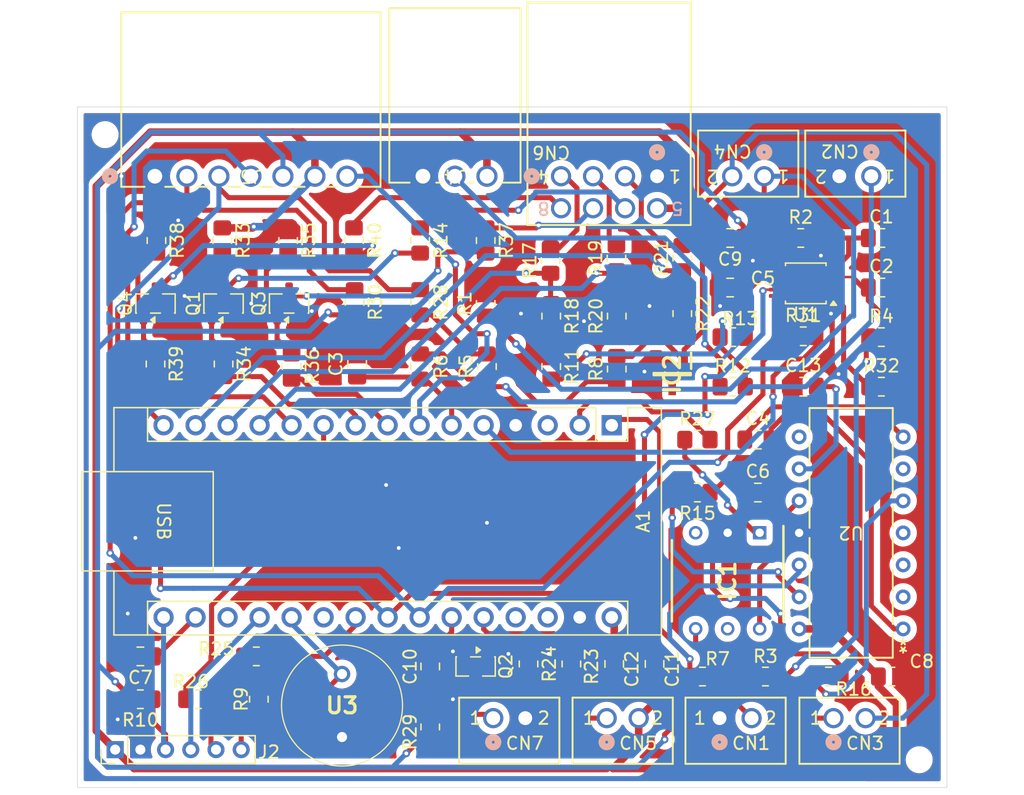
<source format=kicad_pcb>
(kicad_pcb (version 20241229) (generator "pcbnew") (generator_version "9.0")
  (layers (0 "F.Cu" signal) (2 "B.Cu" signal) (13 "F.Paste" user) (15 "B.Paste" user) (5 "F.SilkS" user "F.Silkscreen") (7 "B.SilkS" user "B.Silkscreen") (1 "F.Mask" user) (3 "B.Mask" user) (25 "Edge.Cuts" user))
  (net 0 "")
  (net 1 "D0")
  (net 2 "D1")
  (net 3 "D3")
  (net 4 "12V")
  (net 6 "3.3V")
  (net 7 "GND")
  (net 8 "Net-(C4-Pad2)")
  (net 9 "Net-(C4-Pad1)")
  (net 10 "Net-(J2-Pin_6)")
  (net 11 "Net-(Q2-G)")
  (net 12 "Net-(CN6-Pad2)")
  (net 13 "Net-(R11-Pad2)")
  (net 14 "Net-(CN6-Pad3)")
  (net 15 "Net-(CN6-Pad6)")
  (net 16 "Net-(CN3-Pad1)")
  (net 17 "Net-(U2-OSC_OUT)")
  (net 18 "Net-(U2-FILTER_CAP)")
  (net 19 "Net-(C6-Pad2)")
  (net 20 "Net-(CN2-Pad1)")
  (net 21 "Net-(CN4-Pad1)")
  (net 22 "Net-(Q2-D)")
  (net 23 "LM1830_IN")
  (net 24 "Net-(U1-ADDR)")
  (net 26 "LM1830_OUT")
  (net 27 "3V")
  (net 28 "Net-(IC1-A)")
  (net 29 "D2")
  (net 30 "D5")
  (net 31 "D4")
  (net 32 "D7")
  (net 33 "D6")
  (net 34 "D13")
  (net 35 "D8")
  (net 36 "D9")
  (net 37 "D10")
  (net 38 "D11")
  (net 39 "A2")
  (net 40 "A7")
  (net 41 "A1")
  (net 42 "A3")
  (net 43 "A6")
  (net 44 "A0")
  (net 45 "A4{slash}SDA")
  (net 46 "AIN0")
  (net 47 "AIN1")
  (net 48 "AIN3")
  (net 49 "Net-(J2-Pin_5)")
  (net 50 "Net-(CN6-Pad4)")
  (net 51 "Net-(Q1-G)")
  (net 52 "Net-(Q1-D)")
  (net 53 "Net-(Q3-G)")
  (net 54 "Net-(Q3-D)")
  (net 55 "Net-(Q4-D)")
  (net 56 "Net-(Q4-G)")
  (net 57 "Net-(U2-OSCILLATOR_OUT)")
  (net 61 "A5{slash}SCL")
  (net 62 "D12")
  (net 66 "Net-(J4-Pad2)")
  (net 67 "Net-(CN6-Pad7)")
  (net 68 "Net-(CN6-Pad8)")
  (footprint "Resistor_SMD:R_0805_2012Metric_Pad1.20x1.40mm_HandSolder" (layer "F.Cu") (at 106.6 83.6 -90)
    (property "Reference" "R11")
    (property "Value" "5K6")
  )
  (footprint "Resistor_SMD:R_0805_2012Metric_Pad1.20x1.40mm_HandSolder" (layer "F.Cu") (at 121 81.266667)
    (property "Reference" "R13")
    (property "Value" "10K")
  )
  (footprint "footprints:280377-2_TYC" (layer "F.Cu") (at 111 111.5)
    (property "Reference" "CN5")
    (property "Value" "Heater SSR Relay")
  )
  (footprint "Resistor_SMD:R_0805_2012Metric_Pad1.20x1.40mm_HandSolder" (layer "F.Cu") (at 123.6 108.2 180)
    (property "Reference" "R3")
    (property "Value" "10K")
  )
  (footprint "Resistor_SMD:R_0805_2012Metric_Pad1.20x1.40mm_HandSolder" (layer "F.Cu") (at 83.2 106.6)
    (property "Reference" "R25")
    (property "Value" "220")
  )
  (footprint "Capacitor_SMD:C_0805_2012Metric_Pad1.18x1.45mm_HandSolder" (layer "F.Cu") (at 97 107.4 -90)
    (property "Reference" "C10")
    (property "Value" "1uF")
  )
  (footprint "Resistor_SMD:R_0805_2012Metric_Pad1.20x1.40mm_HandSolder" (layer "F.Cu") (at 90.95 73.6 -90)
    (property "Reference" "R40")
    (property "Value" "470")
  )
  (footprint "Resistor_SMD:R_0805_2012Metric_Pad1.20x1.40mm_HandSolder" (layer "F.Cu") (at 121 85.2)
    (property "Reference" "R12")
    (property "Value" "1K5")
  )
  (footprint "Capacitor_SMD:C_0805_2012Metric_Pad1.18x1.45mm_HandSolder" (layer "F.Cu") (at 132.8 73.4)
    (property "Reference" "C1")
    (property "Value" "1uF")
  )
  (footprint "Resistor_SMD:R_0805_2012Metric_Pad1.20x1.40mm_HandSolder" (layer "F.Cu") (at 101.4 73.6 -90)
    (property "Reference" "R37")
    (property "Value" "470")
  )
  (footprint "Capacitor_SMD:C_0805_2012Metric_Pad1.18x1.45mm_HandSolder" (layer "F.Cu") (at 91.2 83.4 90)
    (property "Reference" "C3")
    (property "Value" "0.22u")
  )
  (footprint "LM1830N:PDIP14_19P56X6P35_ONS" (layer "F.Cu") (at 134.5275 104.42 180)
    (property "Reference" "U2")
    (property "Value" "LM1830N")
  )
  (footprint "Capacitor_SMD:C_0805_2012Metric_Pad1.18x1.45mm_HandSolder" (layer "F.Cu") (at 114.8 107.2 90)
    (property "Reference" "C11")
    (property "Value" "100nF")
  )
  (footprint "molex1:CONN_70553-xxxx_07_MOL" (layer "F.Cu") (at 75.15 68.5 180)
    (property "Reference" "J5")
    (property "Value" "705530041")
  )
  (footprint "Resistor_SMD:R_0805_2012Metric_Pad1.20x1.40mm_HandSolder" (layer "F.Cu") (at 85.725 73.6 -90)
    (property "Reference" "R35")
    (property "Value" "10K")
  )
  (footprint "footprints:280389-2_TYC" (layer "F.Cu") (at 115 68.499999 180)
    (property "Reference" "CN6")
    (property "Value" "MISC LEDS")
  )
  (footprint "Resistor_SMD:R_0805_2012Metric_Pad1.20x1.40mm_HandSolder" (layer "F.Cu") (at 106.55 75.2 90)
    (property "Reference" "R17")
    (property "Value" "30K")
  )
  (footprint "footprints:PinHeader_1x06_P2.00mm_Vertical" (layer "F.Cu") (at 72 114 90)
    (property "Reference" "J2")
    (property "Value" "HV Board")
  )
  (footprint "MountingHole:ToolingHole_1.152mm" (layer "F.Cu") (at 135.8 114.8)
    (property "Reference" "REF**" (hide yes))
    (property "Value" "ToolingHole_1.152mm")
  )
  (footprint "Resistor_SMD:R_0805_2012Metric_Pad1.20x1.40mm_HandSolder" (layer "F.Cu") (at 117 79.4 -90)
    (property "Reference" "R22")
    (property "Value" "10K")
  )
  (footprint "Resistor_SMD:R_0805_2012Metric_Pad1.20x1.40mm_HandSolder" (layer "F.Cu") (at 96.2 73.6 -90)
    (property "Reference" "R14")
    (property "Value" "470")
  )
  (footprint "footprints:280377-2_TYC" (layer "F.Cu") (at 102 111.5)
    (property "Reference" "CN7")
    (property "Value" "Brew switch")
  )
  (footprint "Resistor_SMD:R_0805_2012Metric_Pad1.20x1.40mm_HandSolder" (layer "F.Cu") (at 96.2 83.6 -90)
    (property "Reference" "R6")
    (property "Value" "47K")
  )
  (footprint "Resistor_SMD:R_0805_2012Metric_Pad1.20x1.40mm_HandSolder" (layer "F.Cu") (at 111.775 75 90)
    (property "Reference" "R19")
    (property "Value" "30K")
  )
  (footprint "Resistor_SMD:R_0805_2012Metric_Pad1.20x1.40mm_HandSolder" (layer "F.Cu") (at 78.6 110 180)
    (property "Reference" "R26")
    (property "Value" "220")
  )
  (footprint "Resistor_SMD:R_0805_2012Metric_Pad1.20x1.40mm_HandSolder" (layer "F.Cu") (at 80.6 83.4 -90)
    (property "Reference" "R34")
    (property "Value" "220")
  )
  (footprint "Capacitor_SMD:C_0805_2012Metric_Pad1.18x1.45mm_HandSolder" (layer "F.Cu") (at 120.8 73.4 180)
    (property "Reference" "C9")
    (property "Value" "100nF")
  )
  (footprint "AQV212:DIP762W47P254L880H410Q6N" (layer "F.Cu") (at 120.6 100.6 -90)
    (property "Reference" "IC1")
    (property "Value" "AQV212" (hide yes))
  )
  (footprint "Resistor_SMD:R_0805_2012Metric_Pad1.20x1.40mm_HandSolder" (layer "F.Cu") (at 86 83.6 -90)
    (property "Reference" "R36")
    (property "Value" "220")
  )
  (footprint "footprints:IE0925031" (layer "F.Cu") (at 90 108 180)
    (property "Reference" "U3")
    (property "Value" "IE092503-1" (hide yes))
  )
  (footprint "Resistor_SMD:R_0805_2012Metric_Pad1.20x1.40mm_HandSolder" (layer "F.Cu") (at 106.6 79.6 -90)
    (property "Reference" "R18")
    (property "Value" "10K")
  )
  (footprint "Resistor_SMD:R_0805_2012Metric_Pad1.20x1.40mm_HandSolder" (layer "F.Cu") (at 132.8 85.2)
    (property "Reference" "R32")
    (property "Value" "10K")
  )
  (footprint "Resistor_SMD:R_0805_2012Metric_Pad1.20x1.40mm_HandSolder" (layer "F.Cu") (at 83.4 110 -90)
    (property "Reference" "R9")
    (property "Value" "10K")
  )
  (footprint "Capacitor_SMD:C_0805_2012Metric_Pad1.18x1.45mm_HandSolder" (layer "F.Cu") (at 123 89.4)
    (property "Reference" "C4")
    (property "Value" "1nF")
  )
  (footprint "MountingHole:ToolingHole_1.152mm" (layer "F.Cu") (at 71.2 65.2)
    (property "Reference" "REF**" (hide yes))
    (property "Value" "ToolingHole_1.152mm")
  )
  (footprint "footprints:280377-2_TYC" (layer "F.Cu") (at 123.5 68.499999 180)
    (property "Reference" "CN4")
    (property "Value" "Sensor brew boiler")
  )
  (footprint "Resistor_SMD:R_0805_2012Metric_Pad1.20x1.40mm_HandSolder" (layer "F.Cu") (at 118.6 108.2 180)
    (property "Reference" "R7")
    (property "Value" "10K")
  )
  (footprint "Capacitor_SMD:C_0805_2012Metric_Pad1.18x1.45mm_HandSolder" (layer "F.Cu") (at 126.6 85.2)
    (property "Reference" "C13")
    (property "Value" "20uF")
  )
  (footprint "Resistor_SMD:R_0805_2012Metric_Pad1.20x1.40mm_HandSolder" (layer "F.Cu") (at 126.4 73.4)
    (property "Reference" "R2")
    (property "Value" "10K")
  )
  (footprint "molex1:CONN_705530002_03_MOL" (layer "F.Cu") (at 101.5 68.5 180)
    (property "Reference" "J4")
    (property "Value" "705530002")
  )
  (footprint "Capacitor_SMD:C_0805_2012Metric_Pad1.18x1.45mm_HandSolder" (layer "F.Cu") (at 132.8 77.333333)
    (property "Reference" "C2")
    (property "Value" "1uF")
  )
  (footprint "Package_TO_SOT_SMD:SOT-23" (layer "F.Cu") (at 85.8 78.6 90)
    (property "Reference" "Q3")
    (property "Value" "BSS138")
  )
  (footprint "footprints:SOT95P237X112-3N" (layer "F.Cu") (at 116.2 84.2 -90)
    (property "Reference" "IC2")
    (property "Value" "LM4050AEM3-3.0+T" (hide yes))
  )
  (footprint "Package_TO_SOT_SMD:SOT-23" (layer "F.Cu") (at 80.6 78.6 90)
    (property "Reference" "Q1")
    (property "Value" "BSS138")
  )
  (footprint "Capacitor_SMD:C_0805_2012Metric_Pad1.18x1.45mm_HandSolder" (layer "F.Cu") (at 133.6 108.2)
    (property "Reference" "C8")
    (property "Value" "100nF")
  )
  (footprint "Resistor_SMD:R_0805_2012Metric_Pad1.20x1.40mm_HandSolder" (layer "F.Cu") (at 118.2 89.4)
    (property "Reference" "R27")
    (property "Value" "470")
  )
  (footprint "Resistor_SMD:R_0805_2012Metric_Pad1.20x1.40mm_HandSolder" (layer "F.Cu") (at 80.5 73.6 -90)
    (property "Reference" "R33")
    (property "Value" "10K")
  )
  (footprint "Capacitor_SMD:C_0805_2012Metric_Pad1.18x1.45mm_HandSolder" (layer "F.Cu") (at 111.6 107.2 -90)
    (property "Reference" "C12")
    (property "Value" "47uF")
  )
  (footprint "Capacitor_SMD:C_0805_2012Metric_Pad1.18x1.45mm_HandSolder" (layer "F.Cu") (at 123 93.6)
    (property "Reference" "C6")
    (property "Value" "0.05uF")
  )
  (footprint "Resistor_SMD:R_0805_2012Metric_Pad1.20x1.40mm_HandSolder" (layer "F.Cu") (at 128.6 108.2 180)
    (property "Reference" "R16")
    (property "Value" "1-100k")
  )
  (footprint "Capacitor_SMD:C_0805_2012Metric_Pad1.18x1.45mm_HandSolder" (layer "F.Cu") (at 74 106.6 180)
    (property "Reference" "C7")
    (property "Value" "100nF")
  )
  (footprint "Resistor_SMD:R_0805_2012Metric_Pad1.20x1.40mm_HandSolder" (layer "F.Cu") (at 96.2 78.5 -90)
    (property "Reference" "R28")
    (property "Value" "10K")
  )
  (footprint "footprints:280377-2_TYC" (layer "F.Cu") (at 132 68.5 180)
    (property "Reference" "CN2")
    (property "Value" "Water level detector")
  )
  (footprint "Resistor_SMD:R_0805_2012Metric_Pad1.20x1.40mm_HandSolder" (layer "F.Cu") (at 74 110 180)
    (property "Reference" "R10")
    (property "Value" "10K")
  )
  (footprint "Resistor_SMD:R_0805_2012Metric_Pad1.20x1.40mm_HandSolder" (layer "F.Cu") (at 97 112.2 90)
    (property "Reference" "R29")
    (property "Value" "47K")
  )
  (footprint "Resistor_SMD:R_0805_2012Metric_Pad1.20x1.40mm_HandSolder" (layer "F.Cu") (at 108.2 107.2 90)
    (property "Reference" "R23")
    (property "Value" "220")
  )
  (footprint "Resistor_SMD:R_0805_2012Metric_Pad1.20x1.40mm_HandSolder" (layer "F.Cu") (at 111.8 83.8 90)
    (property "Reference" "R8")
    (property "Value" "300")
  )
  (footprint "Resistor_SMD:R_0805_2012Metric_Pad1.20x1.40mm_HandSolder" (layer "F.Cu") (at 75.275 73.6 -90)
    (property "Reference" "R38")
    (property "Value" "10K")
  )
  (footprint "Capacitor_SMD:C_0805_2012Metric_Pad1.18x1.45mm_HandSolder" (layer "F.Cu") (at 120.8 77.333333 180)
    (property "Reference" "C5")
    (property "Value" "1uF")
  )
  (footprint "Package_SO:VSSOP-10_3x3mm_P0.5mm" (layer "F.Cu") (at 126.8 77 180)
    (property "Reference" "U1")
    (property "Value" "ADS1115IDGS")
  )
  (footprint "footprints:280377-2_TYC" (layer "F.Cu") (at 119.96 111.5)
    (property "Reference" "CN1")
    (property "Value" "Boiler fill sensor")
  )
  (footprint "Resistor_SMD:R_0805_2012Metric_Pad1.20x1.40mm_HandSolder" (layer "F.Cu") (at 101.5 83.6 90)
    (property "Reference" "R5")
    (property "Value" "10K")
  )
  (footprint "Package_TO_SOT_SMD:SOT-23" (layer "F.Cu") (at 75.2 78.6 90)
    (property "Reference" "Q4")
    (property "Value" "BSS138")
  )
  (footprint "Resistor_SMD:R_0805_2012Metric_Pad1.20x1.40mm_HandSolder" (layer "F.Cu") (at 132.8 81.266667)
    (property "Reference" "R4")
    (property "Value" "10K")
  )
  (footprint "Package_TO_SOT_SMD:SOT-23" (layer "F.Cu") (at 100.6 107.4 -90)
    (property "Reference" "Q2")
    (property "Value" "BSS138")
  )
  (footprint "Resistor_SMD:R_0805_2012Metric_Pad1.20x1.40mm_HandSolder" (layer "F.Cu") (at 91 78.5 -90)
    (property "Reference" "R30")
    (property "Value" "10K")
  )
  (footprint "Resistor_SMD:R_0805_2012Metric_Pad1.20x1.40mm_HandSolder" (layer "F.Cu") (at 75.2 83.4 -90)
    (property "Reference" "R39")
    (property "Value" "220")
  )
  (footprint "Resistor_SMD:R_0805_2012Metric_Pad1.20x1.40mm_HandSolder" (layer "F.Cu") (at 126.6 81.2)
    (property "Reference" "R31")
    (property "Value" "10K")
  )
  (footprint "Resistor_SMD:R_0805_2012Metric_Pad1.20x1.40mm_HandSolder" (layer "F.Cu") (at 118.2 93.6 180)
    (property "Reference" "R15")
    (property "Value" "0")
  )
  (footprint "Resistor_SMD:R_0805_2012Metric_Pad1.20x1.40mm_HandSolder" (layer "F.Cu") (at 104.8 107.2 -90)
    (property "Reference" "R24")
    (property "Value" "10K")
  )
  (footprint "Resistor_SMD:R_0805_2012Metric_Pad1.20x1.40mm_HandSolder" (layer "F.Cu") (at 117 75 90)
    (property "Reference" "R21")
    (property "Value" "30K")
  )
  (footprint "footprints:Arduino_Nano" (layer "F.Cu") (at 111.4 88.26 -90)
    (property "Reference" "A1")
    (property "Value" "Arduino_Nano_ESP32")
  )
  (footprint "Resistor_SMD:R_0805_2012Metric_Pad1.20x1.40mm_HandSolder" (layer "F.Cu") (at 101.4 78.6 90)
    (property "Reference" "R1")
    (property "Value" "10K")
  )
  (footprint "footprints:280377-2_TYC" (layer "F.Cu") (at 129 111.5)
    (property "Reference" "CN3")
    (property "Value" "Sensor steam boiler")
  )
  (footprint "Resistor_SMD:R_0805_2012Metric_Pad1.20x1.40mm_HandSolder" (layer "F.Cu") (at 111.8 79.6 90)
    (property "Reference" "R20")
    (property "Value" "10K")
  )
  (gr_rect (start 69 63) (end 138 117) (stroke (width 0.05)) (fill no) (layer "Edge.Cuts"))
  (gr_text "5" (at 116.6 71.039999 180) (layer "B.SilkS") (effects (font (size 1 1))))
  (segment (start 113.8 86.4) (end 109.6 86.4) (width 0.4) (layer "F.Cu") (net 1))
  (segment (start 108.86 87.14) (end 108.86 88.26) (width 0.4) (layer "F.Cu") (net 1))
  (segment (start 114.6 87.2) (end 113.8 86.4) (width 0.4) (layer "F.Cu") (net 1))
  (segment (start 109.6 86.4) (end 108.86 87.14) (width 0.4) (layer "F.Cu") (net 1))
  (segment (start 117 87.2) (end 114.6 87.2) (width 0.4) (layer "F.Cu") (net 1))
  (segment (start 119.2 89.4) (end 117 87.2) (width 0.4) (layer "F.Cu") (net 1))
  (segment (start 114.2 87.8) (end 111.86 87.8) (width 0.4) (layer "F.Cu") (net 2))
  (segment (start 117.6 106.8) (end 115.2 104.4) (width 0.4) (layer "F.Cu") (net 2))
  (segment (start 115.2 88.8) (end 114.2 87.8) (width 0.4) (layer "F.Cu") (net 2))
  (segment (start 115.2 104.4) (end 115.2 88.8) (width 0.4) (layer "F.Cu") (net 2))
  (segment (start 117.6 108.2) (end 117.6 106.8) (width 0.4) (layer "F.Cu") (net 2))
  (segment (start 111.86 87.8) (end 111.4 88.26) (width 0.4) (layer "F.Cu") (net 2))
  (via (at 117.6 106.8) (size 0.6) (drill 0.3) (layers "F.Cu" "B.Cu") (net 2))
  (segment (start 117.6 106.8) (end 116 105.2) (width 0.4) (layer "B.Cu") (net 2))
  (segment (start 118.2 101) (end 125.2 101) (width 0.4) (layer "B.Cu") (net 2))
  (segment (start 116 103.2) (end 118.2 101) (width 0.4) (layer "B.Cu") (net 2))
  (segment (start 116 105.2) (end 116 103.2) (width 0.4) (layer "B.Cu") (net 2))
  (segment (start 126.2725 99.9275) (end 126.2725 99.34) (width 0.4) (layer "B.Cu") (net 2))
  (segment (start 125.2 101) (end 126.2725 99.9275) (width 0.4) (layer "B.Cu") (net 2))
  (segment (start 98.7 88.26) (end 98.7 86.7) (width 0.4) (layer "F.Cu") (net 3))
  (segment (start 98.7 86.7) (end 96.6 84.6) (width 0.4) (layer "F.Cu") (net 3))
  (segment (start 96.6 84.6) (end 96.2 84.6) (width 0.4) (layer "F.Cu") (net 3))
  (segment (start 96.0375 84.4375) (end 96.2 84.6) (width 0.4) (layer "F.Cu") (net 3))
  (segment (start 91.2 84.4375) (end 96.0375 84.4375) (width 0.4) (layer "F.Cu") (net 3))
  (segment (start 114.2375 108.2375) (end 114.8 108.2375) (width 0.6) (layer "F.Cu") (net 4))
  (segment (start 111 115.5) (end 73.5 115.5) (width 0.6) (layer "F.Cu") (net 4))
  (segment (start 80.5 72.6) (end 82.9 72.6) (width 0.6) (layer "F.Cu") (net 4))
  (segment (start 111.5 115.5) (end 113.54 113.46) (width 0.6) (layer "F.Cu") (net 4))
  (segment (start 134 112.8) (end 131.3 115.5) (width 0.6) (layer "F.Cu") (net 4))
  (segment (start 134 110.4) (end 134 112.8) (width 0.6) (layer "F.Cu") (net 4))
  (segment (start 132.5625 108.9625) (end 134 110.4) (width 0.6) (layer "F.Cu") (net 4))
  (segment (start 112.1625 106.1625) (end 114.2375 108.2375) (width 0.6) (layer "F.Cu") (net 4))
  (segment (start 101.5 68.499999) (end 101.5 67.1) (width 0.6) (layer "F.Cu") (net 4))
  (segment (start 131.3 115.5) (end 111.5 115.5) (width 0.6) (layer "F.Cu") (net 4))
  (segment (start 114.8 110.24) (end 113.54 111.5) (width 0.6) (layer "F.Cu") (net 4))
  (segment (start 116.360001 71.039999) (end 117.2 70.2) (width 0.6) (layer "F.Cu") (net 4))
  (segment (start 117.2 70.2) (end 117.2 67) (width 0.6) (layer "F.Cu") (net 4))
  (segment (start 117.2 67) (end 115.2 65) (width 0.6) (layer "F.Cu") (net 4))
  (segment (start 132.5625 108.2) (end 132.5625 108.9625) (width 0.6) (layer "F.Cu") (net 4))
  (segment (start 111.6 106.1625) (end 112.1625 106.1625) (width 0.6) (layer "F.Cu") (net 4))
  (segment (start 111.6 103.7) (end 111.4 103.5) (width 0.6) (layer "F.Cu") (net 4))
  (segment (start 115.1 65) (end 99.7 65) (width 0.6) (layer "F.Cu") (net 4))
  (segment (start 111.6 106.1625) (end 111.6 103.7) (width 0.6) (layer "F.Cu") (net 4))
  (segment (start 101.5 67.1) (end 99.4 65) (width 0.6) (layer "F.Cu") (net 4))
  (segment (start 128.7825 104.42) (end 132.5625 108.2) (width 0.6) (layer "F.Cu") (net 4))
  (segment (start 74.8 65) (end 70.5 69.3) (width 0.6) (layer "F.Cu") (net 4))
  (segment (start 86.1 65) (end 74.8 65) (width 0.6) (layer "F.Cu") (net 4))
  (segment (start 87.85 68.5) (end 87.85 66.75) (width 0.6) (layer "F.Cu") (net 4))
  (segment (start 87.85 66.75) (end 86.1 65) (width 0.6) (layer "F.Cu") (net 4))
  (segment (start 82.9 72.6) (end 83 72.5) (width 0.6) (layer "F.Cu") (net 4))
  (segment (start 114.8 108.2375) (end 114.8 110.24) (width 0.6) (layer "F.Cu") (net 4))
  (segment (start 99.4 65) (end 86.1 65) (width 0.6) (layer "F.Cu") (net 4))
  (segment (start 113.54 113.46) (end 113.54 111.5) (width 0.6) (layer "F.Cu") (net 4))
  (segment (start 115 71.039999) (end 116.360001 71.039999) (width 0.6) (layer "F.Cu") (net 4))
  (segment (start 70.5 69.3) (end 70.5 112.5) (width 0.6) (layer "F.Cu") (net 4))
  (segment (start 70.5 112.5) (end 72 114) (width 0.6) (layer "F.Cu") (net 4))
  (segment (start 72 114) (end 73.5 115.5) (width 0.6) (layer "F.Cu") (net 4))
  (segment (start 115.2 65) (end 115.1 65) (width 0.6) (layer "F.Cu") (net 4))
  (segment (start 126.2725 104.42) (end 128.7825 104.42) (width 0.6) (layer "F.Cu") (net 4))
  (segment (start 99.7 65) (end 99.4 65) (width 0.6) (layer "F.Cu") (net 4))
  (via (at 83 72.5) (size 0.6) (drill 0.3) (layers "F.Cu" "B.Cu") (net 4))
  (segment (start 83.85 72.5) (end 83 72.5) (width 0.6) (layer "B.Cu") (net 4))
  (segment (start 87.85 68.5) (end 83.85 72.5) (width 0.6) (layer "B.Cu") (net 4))
  (segment (start 121.8375 72.4375) (end 121.4 72) (width 0.4) (layer "F.Cu") (net 6))
  (segment (start 126.4 79) (end 126.4 77.6) (width 0.4) (layer "F.Cu") (net 6))
  (segment (start 96.2 79.5) (end 97.1 79.5) (width 0.4) (layer "F.Cu") (net 6))
  (segment (start 101.5 82.6) (end 102.4 82.6) (width 0.4) (layer "F.Cu") (net 6))
  (segment (start 78.38 103.5) (end 75.28 106.6) (width 0.4) (layer "F.Cu") (net 6))
  (segment (start 73 109.6) (end 72 108.6) (width 0.4) (layer "F.Cu") (net 6))
  (segment (start 91 79.5) (end 89.1 79.5) (width 0.4) (layer "F.Cu") (net 6))
  (segment (start 126.4 77.6) (end 125.8 77) (width 0.4) (layer "F.Cu") (net 6))
  (segment (start 121.8375 73.4) (end 121.8375 72.4375) (width 0.4) (layer "F.Cu") (net 6))
  (segment (start 73 110) (end 73 109.2) (width 0.4) (layer "F.Cu") (net 6))
  (segment (start 123 73.4) (end 124.6 75) (width 0.4) (layer "F.Cu") (net 6))
  (segment (start 100.2 82.6) (end 101.5 82.6) (width 0.4) (layer "F.Cu") (net 6))
  (segment (start 96.2 79.5) (end 91 79.5) (width 0.4) (layer "F.Cu") (net 6))
  (segment (start 75.0375 107.1625) (end 75.0375 106.6) (width 0.4) (layer "F.Cu") (net 6))
  (segment (start 89.1 79.5) (end 88.9 79.3) (width 0.4) (layer "F.Cu") (net 6))
  (segment (start 125.6 77) (end 125.95 77) (width 0.2) (layer "F.Cu") (net 6))
  (segment (start 115.6 113.2) (end 115.6 112.8) (width 0.4) (layer "F.Cu") (net 6))
  (segment (start 119.6 108.8) (end 119.6 108.2) (width 0.4) (layer "F.Cu") (net 6))
  (segment (start 96.2 113.2) (end 95.3 114.1) (width 0.4) (layer "F.Cu") (net 6))
  (segment (start 124.4 77) (end 125.6 77) (width 0.2) (layer "F.Cu") (net 6))
  (segment (start 125.6 81.2) (end 125.6 79.8) (width 0.4) (layer "F.Cu") (net 6))
  (segment (start 104 85) (end 105.4 86.4) (width 0.4) (layer "F.Cu") (net 6))
  (segment (start 125.4 75) (end 125.95 75.55) (width 0.4) (layer "F.Cu") (net 6))
  (segment (start 75.28 106.6) (end 75.0375 106.6) (width 0.4) (layer "F.Cu") (net 6))
  (segment (start 73 109.2) (end 75.0375 107.1625) (width 0.4) (layer "F.Cu") (net 6))
  (segment (start 125.8 77) (end 125.6 77) (width 0.4) (layer "F.Cu") (net 6))
  (segment (start 107.8 86.4) (end 109.4 84.8) (width 0.4) (layer "F.Cu") (net 6))
  (segment (start 121.8375 73.4) (end 123 73.4) (width 0.4) (layer "F.Cu") (net 6))
  (segment (start 124.6 75) (end 125.4 75) (width 0.4) (layer "F.Cu") (net 6))
  (segment (start 104 84.2) (end 104 85) (width 0.4) (layer "F.Cu") (net 6))
  (segment (start 73 110) (end 73 109.6) (width 0.4) (layer "F.Cu") (net 6))
  (segment (start 97 113.2) (end 96.2 113.2) (width 0.4) (layer "F.Cu") (net 6))
  (segment (start 125.6 79.8) (end 126.4 79) (width 0.4) (layer "F.Cu") (net 6))
  (segment (start 109.4 84.8) (end 111.8 84.8) (width 0.4) (layer "F.Cu") (net 6))
  (segment (start 97.1 79.5) (end 100.2 82.6) (width 0.4) (layer "F.Cu") (net 6))
  (segment (start 115.6 112.8) (end 119.6 108.8) (width 0.4) (layer "F.Cu") (net 6))
  (segment (start 105.4 86.4) (end 107.8 86.4) (width 0.4) (layer "F.Cu") (net 6))
  (segment (start 95.1 114.3) (end 95.3 114.1) (width 0.4) (layer "F.Cu") (net 6))
  (segment (start 102.4 82.6) (end 104 84.2) (width 0.4) (layer "F.Cu") (net 6))
  (segment (start 125.95 75.55) (end 125.95 77) (width 0.4) (layer "F.Cu") (net 6))
  (via (at 72 108.6) (size 0.6) (drill 0.3) (layers "F.Cu" "B.Cu") (net 6))
  (via (at 115.6 113.2) (size 0.6) (drill 0.3) (layers "F.Cu" "B.Cu") (net 6))
  (via (at 88.9 79.3) (size 0.6) (drill 0.3) (layers "F.Cu" "B.Cu") (net 6))
  (via (at 95.1 114.3) (size 0.6) (drill 0.3) (layers "F.Cu" "B.Cu") (net 6))
  (via (at 121.4 72) (size 0.6) (drill 0.3) (layers "F.Cu" "B.Cu") (net 6))
  (segment (start 121.4 72) (end 118.6 69.2) (width 0.4) (layer "B.Cu") (net 6))
  (segment (start 70.6 107) (end 70.6 82.2) (width 0.4) (layer "B.Cu") (net 6))
  (segment (start 118.6 66.8) (end 116.8 65) (width 0.4) (layer "B.Cu") (net 6))
  (segment (start 118.6 69.2) (end 118.6 66.8) (width 0.4) (layer "B.Cu") (net 6))
  (segment (start 83.4 65) (end 116.6 65) (width 0.4) (layer "B.Cu") (net 6))
  (segment (start 70.6 82.2) (end 70.6 69.2) (width 0.4) (layer "B.Cu") (net 6))
  (segment (start 74.8 115.4) (end 94 115.4) (width 0.4) (layer "B.Cu") (net 6))
  (segment (start 87.4 80.8) (end 72 80.8) (width 0.4) (layer "B.Cu") (net 6))
  (segment (start 113.4 115.4) (end 94 115.4) (width 0.4) (layer "B.Cu") (net 6))
  (segment (start 85.31 68.5) (end 85.31 66.91) (width 0.4) (layer "B.Cu") (net 6))
  (segment (start 70.6 109.8) (end 70.6 114.4) (width 0.4) (layer "B.Cu") (net 6))
  (segment (start 85.31 66.91) (end 83.4 65) (width 0.4) (layer "B.Cu") (net 6))
  (segment (start 70.6 114.4) (end 70.6 114.6) (width 0.4) (layer "B.Cu") (net 6))
  (segment (start 70.6 114.6) (end 71.4 115.4) (width 0.4) (layer "B.Cu") (net 6))
  (segment (start 74.8 65) (end 83.4 65) (width 0.4) (layer "B.Cu") (net 6))
  (segment (start 70.6 69.2) (end 74.8 65) (width 0.4) (layer "B.Cu") (net 6))
  (segment (start 71.4 115.4) (end 74.8 115.4) (width 0.4) (layer "B.Cu") (net 6))
  (segment (start 70.6 107.2) (end 70.6 107) (width 0.4) (layer "B.Cu") (net 6))
  (segment (start 72 80.8) (end 70.6 82.2) (width 0.4) (layer "B.Cu") (net 6))
  (segment (start 88.9 79.3) (end 87.4 80.8) (width 0.4) (layer "B.Cu") (net 6))
  (segment (start 95.1 114.3) (end 95.2 114.2) (width 0.4) (layer "B.Cu") (net 6))
  (segment (start 70.6 109.8) (end 70.6 107) (width 0.4) (layer "B.Cu") (net 6))
  (segment (start 94 115.4) (end 95.1 114.3) (width 0.4) (layer "B.Cu") (net 6))
  (segment (start 72 108.6) (end 70.6 107.2) (width 0.4) (layer "B.Cu") (net 6))
  (segment (start 115.6 113.2) (end 113.4 115.4) (width 0.4) (layer "B.Cu") (net 6))
  (segment (start 116.8 65) (end 116.6 65) (width 0.4) (layer "B.Cu") (net 6))
  (segment (start 127.4 77) (end 127.2 76.8) (width 0.2) (layer "F.Cu") (net 7))
  (segment (start 127.45 77) (end 127.4 77) (width 0.2) (layer "F.Cu") (net 7))
  (segment (start 127.45 77) (end 129 77) (width 0.2) (layer "F.Cu") (net 7))
  (via (at 87.6 79.2) (size 0.6) (drill 0.3) (layers "F.Cu" "B.Cu") (net 7))
  (via (at 72.2 111.6) (size 0.6) (drill 0.3) (layers "F.Cu" "B.Cu") (net 7))
  (via (at 93.5 93) (size 0.6) (drill 0.3) (layers "F.Cu" "B.Cu") (net 7))
  (via (at 72.5 68.5) (size 0.6) (drill 0.3) (layers "F.Cu" "B.Cu") (net 7))
  (via (at 114 84) (size 0.6) (drill 0.3) (layers "F.Cu" "B.Cu") (net 7))
  (via (at 94.5 98) (size 0.6) (drill 0.3) (layers "F.Cu" "B.Cu") (net 7))
  (via (at 73.6 97.2) (size 0.6) (drill 0.3) (layers "F.Cu" "B.Cu") (net 7))
  (via (at 77 72) (size 0.6) (drill 0.3) (layers "F.Cu" "B.Cu") (net 7))
  (via (at 129.4 84.2) (size 0.6) (drill 0.3) (layers "F.Cu" "B.Cu") (net 7))
  (via (at 128.8 79.4) (size 0.6) (drill 0.3) (layers "F.Cu" "B.Cu") (net 7))
  (via (at 73 103.2) (size 0.6) (drill 0.3) (layers "F.Cu" "B.Cu") (net 7))
  (via (at 120 78.8) (size 0.6) (drill 0.3) (layers "F.Cu" "B.Cu") (net 7))
  (via (at 104.2 79.4) (size 0.6) (drill 0.3) (layers "F.Cu" "B.Cu") (net 7))
  (via (at 98.8 106.2) (size 0.6) (drill 0.3) (layers "F.Cu" "B.Cu") (net 7))
  (via (at 101.5 96) (size 0.6) (drill 0.3) (layers "F.Cu" "B.Cu") (net 7))
  (via (at 122.6 75.2) (size 0.6) (drill 0.3) (layers "F.Cu" "B.Cu") (net 7))
  (via (at 114.4 78.8) (size 0.6) (drill 0.3) (layers "F.Cu" "B.Cu") (net 7))
  (via (at 103.2 106.4) (size 0.6) (drill 0.3) (layers "F.Cu" "B.Cu") (net 7))
  (via (at 106.4 106.4) (size 0.6) (drill 0.3) (layers "F.Cu" "B.Cu") (net 7))
  (via (at 128 74.8) (size 0.6) (drill 0.3) (layers "F.Cu" "B.Cu") (net 7))
  (via (at 82.8 78.6) (size 0.6) (drill 0.3) (layers "F.Cu" "B.Cu") (net 7))
  (via (at 98.8 110) (size 0.6) (drill 0.3) (layers "F.Cu" "B.Cu") (net 7))
  (via (at 87.8 82.2) (size 0.6) (drill 0.3) (layers "F.Cu" "B.Cu") (net 7))
  (via (at 77.5 78) (size 0.6) (drill 0.3) (layers "F.Cu" "B.Cu") (net 7))
  (via (at 109.2 80) (size 0.6) (drill 0.3) (layers "F.Cu" "B.Cu") (net 7))
  (segment (start 124.0375 88.5625) (end 125 87.6) (width 0.4) (layer "F.Cu") (net 8))
  (segment (start 132 102.6) (end 133.82 104.42) (width 0.4) (layer "F.Cu") (net 8))
  (segment (start 128.4 87.6) (end 132 91.2) (width 0.4) (layer "F.Cu") (net 8))
  (segment (start 124.0375 89.4) (end 124.0375 88.5625) (width 0.4) (layer "F.Cu") (net 8))
  (segment (start 125 87.6) (end 128.4 87.6) (width 0.4) (layer "F.Cu") (net 8))
  (segment (start 132 91.2) (end 132 102.6) (width 0.4) (layer "F.Cu") (net 8))
  (segment (start 133.82 104.42) (end 134.5275 104.42) (width 0.4) (layer "F.Cu") (net 8))
  (segment (start 124.2 86.8) (end 121.9625 89.0375) (width 0.4) (layer "F.Cu") (net 9))
  (segment (start 132.1475 86.8) (end 124.2 86.8) (width 0.4) (layer "F.Cu") (net 9))
  (segment (start 121.9625 89.0375) (end 121.9625 89.4) (width 0.4) (layer "F.Cu") (net 9))
  (segment (start 134.5275 89.18) (end 132.1475 86.8) (width 0.4) (layer "F.Cu") (net 9))
  (segment (start 82.2 113.8) (end 82 114) (width 0.4) (layer "F.Cu") (net 10))
  (segment (start 82.2 107.2) (end 81.4 108) (width 0.4) (layer "F.Cu") (net 10))
  (segment (start 82 112.8) (end 82 114) (width 0.4) (layer "F.Cu") (net 10))
  (segment (start 82.2 106.6) (end 82.2 107.2) (width 0.4) (layer "F.Cu") (net 10))
  (segment (start 81.4 112.2) (end 82 112.8) (width 0.4) (layer "F.Cu") (net 10))
  (segment (start 81.4 108) (end 81.4 112.2) (width 0.4) (layer "F.Cu") (net 10))
  (segment (start 103.2875 108.2) (end 101.55 106.4625) (width 0.4) (layer "F.Cu") (net 11))
  (segment (start 104.8 108.2) (end 103.2875 108.2) (width 0.4) (layer "F.Cu") (net 11))
  (segment (start 108.2 108.2) (end 104.8 108.2) (width 0.4) (layer "F.Cu") (net 11))
  (segment (start 115.6 74) (end 113.8 72.2) (width 0.4) (layer "F.Cu") (net 12))
  (segment (start 117 74) (end 115.6 74) (width 0.4) (layer "F.Cu") (net 12))
  (segment (start 113.75 72.2) (end 113.75 69.789999) (width 0.4) (layer "F.Cu") (net 12))
  (segment (start 113.8 72.2) (end 113.75 72.2) (width 0.4) (layer "F.Cu") (net 12))
  (segment (start 113.75 69.789999) (end 112.46 68.499999) (width 0.4) (layer "F.Cu") (net 12))
  (segment (start 106.6 84.6) (end 107.4 84.6) (width 0.4) (layer "F.Cu") (net 13))
  (segment (start 122 84) (end 120 82) (width 0.4) (layer "F.Cu") (net 13))
  (segment (start 120.2 81.066667) (end 120 81.266667) (width 0.4) (layer "F.Cu") (net 13))
  (segment (start 107.4 84.6) (end 109.4 82.6) (width 0.4) (layer "F.Cu") (net 13))
  (segment (start 120 82) (end 120 81.266667) (width 0.4) (layer "F.Cu") (net 13))
  (segment (start 120.2 80) (end 120.2 81.066667) (width 0.4) (layer "F.Cu") (net 13))
  (segment (start 122 85.2) (end 122 84) (width 0.4) (layer "F.Cu") (net 13))
  (via (at 120.2 80) (size 0.6) (drill 0.3) (layers "F.Cu" "B.Cu") (net 13))
  (via (at 109.4 82.6) (size 0.6) (drill 0.3) (layers "F.Cu" "B.Cu") (net 13))
  (segment (start 120.2 81.8) (end 120.2 80) (width 0.4) (layer "B.Cu") (net 13))
  (segment (start 109.4 82.6) (end 119.4 82.6) (width 0.4) (layer "B.Cu") (net 13))
  (segment (start 119.4 82.6) (end 120.2 81.8) (width 0.4) (layer "B.Cu") (net 13))
  (segment (start 109.92 68.499999) (end 111.2 69.779999) (width 0.4) (layer "F.Cu") (net 14))
  (segment (start 111.2 73.425) (end 111.775 74) (width 0.4) (layer "F.Cu") (net 14))
  (segment (start 111.2 69.779999) (end 111.2 73.425) (width 0.4) (layer "F.Cu") (net 14))
  (segment (start 97.6 71.2) (end 97.8 71.2) (width 0.4) (layer "F.Cu") (net 15))
  (segment (start 97.8 71.2) (end 104 71.2) (width 0.4) (layer "F.Cu") (net 15))
  (segment (start 96.2 72.6) (end 97.6 71.2) (width 0.4) (layer "F.Cu") (net 15))
  (via (at 104 71.2) (size 0.6) (drill 0.3) (layers "F.Cu" "B.Cu") (net 15))
  (segment (start 105.361001 69.75) (end 111.259 69.75) (width 0.4) (layer "B.Cu") (net 15))
  (segment (start 104 71.2) (end 105.361001 69.838999) (width 0.4) (layer "B.Cu") (net 15))
  (segment (start 111.259 69.838999) (end 112.46 71.039999) (width 0.4) (layer "B.Cu") (net 15))
  (segment (start 124.6 108.2) (end 125.2 108.2) (width 0.4) (layer "F.Cu") (net 16))
  (segment (start 124.6 109.4) (end 126.7 111.5) (width 0.4) (layer "F.Cu") (net 16))
  (segment (start 125.2 108.2) (end 126 107.4) (width 0.4) (layer "F.Cu") (net 16))
  (segment (start 131.6 83.2) (end 131.6 81.466667) (width 0.4) (layer "F.Cu") (net 16))
  (segment (start 131.6 81.466667) (end 131.8 81.266667) (width 0.4) (layer "F.Cu") (net 16))
  (segment (start 126.7 111.5) (end 129 111.5) (width 0.4) (layer "F.Cu") (net 16))
  (segment (start 124.6 108.2) (end 124.6 109.4) (width 0.4) (layer "F.Cu") (net 16))
  (via (at 131.6 83.2) (size 0.6) (drill 0.3) (layers "F.Cu" "B.Cu") (net 16))
  (via (at 126 107.4) (size 0.6) (drill 0.3) (layers "F.Cu" "B.Cu") (net 16))
  (segment (start 129.8 106) (end 130.8 105) (width 0.4) (layer "B.Cu") (net 16))
  (segment (start 130.8 105) (end 130.8 104.8) (width 0.4) (layer "B.Cu") (net 16))
  (segment (start 126.8 106.6) (end 129.2 106.6) (width 0.4) (layer "B.Cu") (net 16))
  (segment (start 130.8 104.8) (end 130.8 84) (width 0.4) (layer "B.Cu") (net 16))
  (segment (start 130.8 84) (end 131.6 83.2) (width 0.4) (layer "B.Cu") (net 16))
  (segment (start 126 107.4) (end 126.8 106.6) (width 0.4) (layer "B.Cu") (net 16))
  (segment (start 129.2 106.6) (end 129.8 106) (width 0.4) (layer "B.Cu") (net 16))
  (segment (start 116.2 94.6) (end 117.2 93.6) (width 0.4) (layer "F.Cu") (net 17))
  (segment (start 116.2 95.6) (end 116.2 94.6) (width 0.4) (layer "F.Cu") (net 17))
  (segment (start 124.6 99.89) (end 124.6 100.2075) (width 0.4) (layer "F.Cu") (net 17))
  (segment (start 124.6 99.89) (end 124.6 99.8) (width 0.4) (layer "F.Cu") (net 17))
  (segment (start 124.6 100.2075) (end 126.2725 101.88) (width 0.4) (layer "F.Cu") (net 17))
  (via (at 124.6 99.89) (size 0.6) (drill 0.3) (layers "F.Cu" "B.Cu") (net 17))
  (via (at 116.2 95.6) (size 0.6) (drill 0.3) (layers "F.Cu" "B.Cu") (net 17))
  (segment (start 124.6 99.89) (end 117.89 99.89) (width 0.4) (layer "B.Cu") (net 17))
  (segment (start 117.89 99.89) (end 116.2 98.2) (width 0.4) (layer "B.Cu") (net 17))
  (segment (start 116.2 98.2) (end 116.2 95.6) (width 0.4) (layer "B.Cu") (net 17))
  (segment (start 129 85.2) (end 129.2 85.4) (width 0.4) (layer "F.Cu") (net 18))
  (segment (start 127.6375 85.2) (end 129 85.2) (width 0.4) (layer "F.Cu") (net 18))
  (via (at 129.2 85.4) (size 0.6) (drill 0.3) (layers "F.Cu" "B.Cu") (net 18))
  (segment (start 126.2725 91.72) (end 127.28 91.72) (width 0.4) (layer "B.Cu") (net 18))
  (segment (start 129.2 85.4) (end 129.2 89.8) (width 0.4) (layer "B.Cu") (net 18))
  (segment (start 129.2 89.8) (end 127.28 91.72) (width 0.4) (layer "B.Cu") (net 18))
  (segment (start 124.8 105.2) (end 124.8 103.2) (width 0.4) (layer "F.Cu") (net 19))
  (segment (start 119.4 94.8) (end 119.4 101.2) (width 0.4) (layer "F.Cu") (net 19))
  (segment (start 129.6 108.2) (end 129.6 107.4) (width 0.4) (layer "F.Cu") (net 19))
  (segment (start 119.4 93.6) (end 119.2 93.6) (width 0.4) (layer "F.Cu") (net 19))
  (segment (start 124.0375 93.6) (end 124.0375 93.0375) (width 0.4) (layer "F.Cu") (net 19))
  (segment (start 123 92) (end 121 92) (width 0.4) (layer "F.Cu") (net 19))
  (segment (start 124.0375 93.0375) (end 123 92) (width 0.4) (layer "F.Cu") (net 19))
  (segment (start 120.2 102) (end 120.8 102) (width 0.4) (layer "F.Cu") (net 19))
  (segment (start 128.6 106.4) (end 126 106.4) (width 0.4) (layer "F.Cu") (net 19))
  (segment (start 129.6 107.4) (end 128.8 106.6) (width 0.4) (layer "F.Cu") (net 19))
  (segment (start 128.8 106.6) (end 128.6 106.4) (width 0.4) (layer "F.Cu") (net 19))
  (segment (start 119.2 94.6) (end 119.4 94.8) (width 0.4) (layer "F.Cu") (net 19))
  (segment (start 121 92) (end 119.4 93.6) (width 0.4) (layer "F.Cu") (net 19))
  (segment (start 119.2 93.6) (end 119.2 94.6) (width 0.4) (layer "F.Cu") (net 19))
  (segment (start 126 106.4) (end 124.8 105.2) (width 0.4) (layer "F.Cu") (net 19))
  (segment (start 119.4 101.2) (end 120.2 102) (width 0.4) (layer "F.Cu") (net 19))
  (via (at 120.8 102) (size 0.6) (drill 0.3) (layers "F.Cu" "B.Cu") (net 19))
  (via (at 124.8 103.2) (size 0.6) (drill 0.3) (layers "F.Cu" "B.Cu") (net 19))
  (segment (start 124.8 103.2) (end 123.6 102) (width 0.4) (layer "B.Cu") (net 19))
  (segment (start 123.6 102) (end 120.8 102) (width 0.4) (layer "B.Cu") (net 19))
  (segment (start 101.5 84.6) (end 100 84.6) (width 0.4) (layer "F.Cu") (net 20))
  (segment (start 98 82.6) (end 96.2 82.6) (width 0.4) (layer "F.Cu") (net 20))
  (segment (start 103 85.2) (end 102.1 85.2) (width 0.4) (layer "F.Cu") (net 20))
  (segment (start 100 84.6) (end 98 82.6) (width 0.4) (layer "F.Cu") (net 20))
  (segment (start 102.1 85.2) (end 101.5 84.6) (width 0.4) (layer "F.Cu") (net 20))
  (via (at 103 85.2) (size 0.6) (drill 0.3) (layers "F.Cu" "B.Cu") (net 20))
  (segment (start 121.6 86) (end 121.2 86.4) (width 0.4) (layer "B.Cu") (net 20))
  (segment (start 121.2 86.4) (end 105.2 86.4) (width 0.4) (layer "B.Cu") (net 20))
  (segment (start 103 85.2) (end 104.2 86.4) (width 0.4) (layer "B.Cu") (net 20))
  (segment (start 104.2 86.4) (end 105.2 86.4) (width 0.4) (layer "B.Cu") (net 20))
  (segment (start 132 68.5) (end 132 80) (width 0.4) (layer "B.Cu") (net 20))
  (segment (start 132 80) (end 126.8 85.2) (width 0.4) (layer "B.Cu") (net 20))
  (segment (start 122.4 85.2) (end 121.6 86) (width 0.4) (layer "B.Cu") (net 20))
  (segment (start 126.8 85.2) (end 122.4 85.2) (width 0.4) (layer "B.Cu") (net 20))
  (segment (start 123.5 71.5) (end 125.4 73.4) (width 0.4) (layer "F.Cu") (net 21))
  (segment (start 123.5 68.499999) (end 123.5 71.5) (width 0.4) (layer "F.Cu") (net 21))
  (segment (start 101.6 79.6) (end 103.8 81.8) (width 0.4) (layer "F.Cu") (net 21))
  (segment (start 101.4 79.6) (end 101.6 79.6) (width 0.4) (layer "F.Cu") (net 21))
  (via (at 103.8 81.8) (size 0.6) (drill 0.3) (layers "F.Cu" "B.Cu") (net 21))
  (segment (start 130.6 72.6) (end 130.6 79.6) (width 0.4) (layer "B.Cu") (net 21))
  (segment (start 130.6 79.6) (end 130.4 79.6) (width 0.4) (layer "B.Cu") (net 21))
  (segment (start 130.4 79.6) (end 126.2 83.8) (width 0.4) (layer "B.Cu") (net 21))
  (segment (start 122.4 83.8) (end 120.8 85.4) (width 0.4) (layer "B.Cu") (net 21))
  (segment (start 120.8 85.4) (end 107.4 85.4) (width 0.4) (layer "B.Cu") (net 21))
  (segment (start 123.5 68.499999) (end 126.499999 68.499999) (width 0.4) (layer "B.Cu") (net 21))
  (segment (start 126.2 83.8) (end 122.4 83.8) (width 0.4) (layer "B.Cu") (net 21))
  (segment (start 107.4 85.4) (end 103.8 81.8) (width 0.4) (layer "B.Cu") (net 21))
  (segment (start 126.499999 68.499999) (end 130.6 72.6) (width 0.4) (layer "B.Cu") (net 21))
  (segment (start 101.9375 108.3375) (end 103.6 110) (width 0.4) (layer "F.Cu") (net 22))
  (segment (start 100.6 108.3375) (end 101.9375 108.3375) (width 0.4) (layer "F.Cu") (net 22))
  (segment (start 106.2 110) (end 107.7 111.5) (width 0.4) (layer "F.Cu") (net 22))
  (segment (start 107.7 111.5) (end 111 111.5) (width 0.4) (layer "F.Cu") (net 22))
  (segment (start 103.6 110) (end 106.2 110) (width 0.4) (layer "F.Cu") (net 22))
  (segment (start 121.9625 94.1625) (end 123 95.2) (width 0.4) (layer "F.Cu") (net 23))
  (segment (start 123 95.2) (end 124.6675 95.2) (width 0.4) (layer "F.Cu") (net 23))
  (segment (start 124.6675 95.2) (end 125 95.5325) (width 0.4) (layer "F.Cu") (net 23))
  (segment (start 121.9625 93.6) (end 121.9625 94.1625) (width 0.4) (layer "F.Cu") (net 23))
  (segment (start 125 97.8) (end 125 95.5325) (width 0.4) (layer "F.Cu") (net 23))
  (segment (start 123.14 99.66) (end 125 97.8) (width 0.4) (layer "F.Cu") (net 23))
  (segment (start 125 95.5325) (end 126.2725 94.26) (width 0.4) (layer "F.Cu") (net 23))
  (segment (start 123.14 104.41) (end 123.14 99.66) (width 0.4) (layer "F.Cu") (net 23))
  (segment (start 128.976 78.026) (end 128.95 78.026) (width 0.4) (layer "F.Cu") (net 24))
  (segment (start 129.8 83.2) (end 129.8 78.85) (width 0.4) (layer "F.Cu") (net 24))
  (segment (start 131.8 85.2) (end 129.8 83.2) (width 0.4) (layer "F.Cu") (net 24))
  (segment (start 129.8 78.85) (end 128.976 78.026) (width 0.4) (layer "F.Cu") (net 24))
  (segment (start 120 106.2) (end 121.2 107.4) (width 0.4) (layer "F.Cu") (net 26))
  (segment (start 121.2 110.2) (end 122.5 111.5) (width 0.4) (layer "F.Cu") (net 26))
  (segment (start 118.06 105.46) (end 118.8 106.2) (width 0.4) (layer "F.Cu") (net 26))
  (segment (start 118.06 104.41) (end 118.06 105.46) (width 0.4) (layer "F.Cu") (net 26))
  (segment (start 118.8 106.2) (end 120 106.2) (width 0.4) (layer "F.Cu") (net 26))
  (segment (start 121.2 107.4) (end 121.2 110.2) (width 0.4) (layer "F.Cu") (net 26))
  (segment (start 115.6 81.6) (end 114.2 81.6) (width 0.4) (layer "F.Cu") (net 27))
  (segment (start 117.15 82.25) (end 118.6 80.8) (width 0.4) (layer "F.Cu") (net 27))
  (segment (start 118.6 80.8) (end 118.6 70.859999) (width 0.4) (layer "F.Cu") (net 27))
  (segment (start 113 82.8) (end 111.8 82.8) (width 0.4) (layer "F.Cu") (net 27))
  (segment (start 114.2 81.6) (end 113 82.8) (width 0.4) (layer "F.Cu") (net 27))
  (segment (start 117.15 83.15) (end 117.15 82.25) (width 0.4) (layer "F.Cu") (net 27))
  (segment (start 117.15 83.15) (end 115.6 81.6) (width 0.4) (layer "F.Cu") (net 27))
  (segment (start 118.6 70.859999) (end 120.96 68.499999) (width 0.4) (layer "F.Cu") (net 27))
  (segment (start 136.4 67.6) (end 133.8 65) (width 0.4) (layer "B.Cu") (net 27))
  (segment (start 120.96 67.04) (end 120.96 68.499999) (width 0.4) (layer "B.Cu") (net 27))
  (segment (start 136.4 109.6) (end 136.4 67.6) (width 0.4) (layer "B.Cu") (net 27))
  (segment (start 131.54 111.5) (end 134.5 111.5) (width 0.4) (layer "B.Cu") (net 27))
  (segment (start 123 65) (end 120.96 67.04) (width 0.4) (layer "B.Cu") (net 27))
  (segment (start 134.5 111.5) (end 136.4 109.6) (width 0.4) (layer "B.Cu") (net 27))
  (segment (start 133.8 65) (end 123 65) (width 0.4) (layer "B.Cu") (net 27))
  (segment (start 123.14 96.79) (end 122.79 96.79) (width 0.4) (layer "F.Cu") (net 28))
  (segment (start 122.79 96.79) (end 120.6 94.6) (width 0.4) (layer "F.Cu") (net 28))
  (segment (start 118.6 92.2) (end 117.2 90.8) (width 0.4) (layer "F.Cu") (net 28))
  (segment (start 117.2 90.8) (end 117.2 89.4) (width 0.4) (layer "F.Cu") (net 28))
  (via (at 120.6 94.6) (size 0.6) (drill 0.3) (layers "F.Cu" "B.Cu") (net 28))
  (via (at 118.6 92.2) (size 0.6) (drill 0.3) (layers "F.Cu" "B.Cu") (net 28))
  (segment (start 120.6 94.2) (end 120.6 94.6) (width 0.4) (layer "B.Cu") (net 28))
  (segment (start 118.6 92.2) (end 120.6 94.2) (width 0.4) (layer "B.Cu") (net 28))
  (segment (start 128 77.5) (end 129 77.5) (width 0.2) (layer "F.Cu") (net 29))
  (segment (start 127.6 81.2) (end 127.6 77.9) (width 0.4) (layer "F.Cu") (net 29))
  (segment (start 127.6 82) (end 127.6 81.2) (width 0.4) (layer "F.Cu") (net 29))
  (segment (start 124.2 84.4) (end 124.2 86) (width 0.4) (layer "F.Cu") (net 29))
  (segment (start 126.6 83) (end 127.6 82) (width 0.4) (layer "F.Cu") (net 29))
  (segment (start 125.6 83) (end 126.6 83) (width 0.4) (layer "F.Cu") (net 29))
  (segment (start 124.2 84.4) (end 125.6 83) (width 0.4) (layer "F.Cu") (net 29))
  (segment (start 127.6 77.9) (end 128 77.5) (width 0.4) (layer "F.Cu") (net 29))
  (via (at 124.2 86) (size 0.6) (drill 0.3) (layers "F.Cu" "B.Cu") (net 29))
  (segment (start 121.6 90.4) (end 103.38 90.4) (width 0.4) (layer "B.Cu") (net 29))
  (segment (start 124.2 87.8) (end 121.6 90.4) (width 0.4) (layer "B.Cu") (net 29))
  (segment (start 103.38 90.4) (end 101.24 88.26) (width 0.4) (layer "B.Cu") (net 29))
  (segment (start 124.2 86) (end 124.2 87.8) (width 0.4) (layer "B.Cu") (net 29))
  (segment (start 93.62 88.26) (end 91.16 85.8) (width 0.4) (layer "F.Cu") (net 30))
  (segment (start 88 85.8) (end 86.8 84.6) (width 0.4) (layer "F.Cu") (net 30))
  (segment (start 86.8 84.6) (end 86 84.6) (width 0.4) (layer "F.Cu") (net 30))
  (segment (start 91.16 85.8) (end 88 85.8) (width 0.4) (layer "F.Cu") (net 30))
  (segment (start 100.5 81) (end 101.5 81) (width 0.4) (layer "F.Cu") (net 31))
  (segment (start 99 75.5) (end 99 79.5) (width 0.4) (layer "F.Cu") (net 31))
  (segment (start 99 79.5) (end 100.5 81) (width 0.4) (layer "F.Cu") (net 31))
  (via (at 101.5 81) (size 0.6) (drill 0.3) (layers "F.Cu" "B.Cu") (net 31))
  (via (at 99 75.5) (size 0.6) (drill 0.3) (layers "F.Cu" "B.Cu") (net 31))
  (segment (start 92 68.5) (end 99 75.5) (width 0.4) (layer "B.Cu") (net 31))
  (segment (start 96.16 86.34) (end 96.16 88.26) (width 0.4) (layer "B.Cu") (net 31))
  (segment (start 90.39 68.5) (end 92 68.5) (width 0.4) (layer "B.Cu") (net 31))
  (segment (start 98 84.5) (end 96.16 86.34) (width 0.4) (layer "B.Cu") (net 31))
  (segment (start 101.5 82.5) (end 99.5 84.5) (width 0.4) (layer "B.Cu") (net 31))
  (segment (start 101.5 81) (end 101.5 82.5) (width 0.4) (layer "B.Cu") (net 31))
  (segment (start 99.5 84.5) (end 98 84.5) (width 0.4) (layer "B.Cu") (net 31))
  (segment (start 79.65 106.6) (end 79.65 102.55) (width 0.4) (layer "F.Cu") (net 32))
  (segment (start 77.6 110) (end 77.6 109) (width 0.4) (layer "F.Cu") (net 32))
  (segment (start 79.6 107) (end 79.6 106.6) (width 0.4) (layer "F.Cu") (net 32))
  (segment (start 77.6 109) (end 79.6 107) (width 0.4) (layer "F.Cu") (net 32))
  (segment (start 88.54 93.66) (end 88.54 88.26) (width 0.4) (layer "F.Cu") (net 32))
  (segment (start 79.65 102.55) (end 88.54 93.66) (width 0.4) (layer "F.Cu") (net 32))
  (segment (start 85.8 86.6) (end 83.6 84.4) (width 0.4) (layer "F.Cu") (net 33))
  (segment (start 91.08 88.26) (end 91.08 87.48) (width 0.4) (layer "F.Cu") (net 33))
  (segment (start 91.08 87.48) (end 90.2 86.6) (width 0.4) (layer "F.Cu") (net 33))
  (segment (start 90.2 86.6) (end 85.8 86.6) (width 0.4) (layer "F.Cu") (net 33))
  (segment (start 83.6 84.4) (end 80.6 84.4) (width 0.4) (layer "F.Cu") (net 33))
  (segment (start 75 111.8) (end 75 110) (width 0.4) (layer "F.Cu") (net 34))
  (segment (start 76 114) (end 76 112.8) (width 0.4) (layer "F.Cu") (net 34))
  (segment (start 76 112.8) (end 75 111.8) (width 0.4) (layer "F.Cu") (net 34))
  (segment (start 75.84 103.5) (end 75.84 113.84) (width 0.4) (layer "B.Cu") (net 34))
  (segment (start 75.84 113.84) (end 76 114) (width 0.4) (layer "B.Cu") (net 34))
  (segment (start 83.74 86) (end 86 88.26) (width 0.4) (layer "F.Cu") (net 35))
  (segment (start 75.2 84.4) (end 77.6 84.4) (width 0.4) (layer "F.Cu") (net 35))
  (segment (start 77.6 84.4) (end 79.2 86) (width 0.4) (layer "F.Cu") (net 35))
  (segment (start 79.2 86) (end 83.74 86) (width 0.4) (layer "F.Cu") (net 35))
  (segment (start 111.575 76.2) (end 111.775 76) (width 0.4) (layer "F.Cu") (net 36))
  (segment (start 111.775 78.575) (end 111.8 78.6) (width 0.4) (layer "F.Cu") (net 36))
  (segment (start 110.2 76.2) (end 111.575 76.2) (width 0.4) (layer "F.Cu") (net 36))
  (segment (start 111.775 76) (end 111.775 78.575) (width 0.4) (layer "F.Cu") (net 36))
  (via (at 110.2 76.2) (size 0.6) (drill 0.3) (layers "F.Cu" "B.Cu") (net 36))
  (segment (start 94.6 85.4) (end 100 80) (width 0.4) (layer "B.Cu") (net 36))
  (segment (start 86.32 85.4) (end 87.4 85.4) (width 0.4) (layer "B.Cu") (net 36))
  (segment (start 102.6 77.4) (end 106.8 77.4) (width 0.4) (layer "B.Cu") (net 36))
  (segment (start 100 80) (end 102.6 77.4) (width 0.4) (layer "B.Cu") (net 36))
  (segment (start 87.4 85.4) (end 94.6 85.4) (width 0.4) (layer "B.Cu") (net 36))
  (segment (start 106.8 77.4) (end 109 77.4) (width 0.4) (layer "B.Cu") (net 36))
  (segment (start 83.46 88.26) (end 86.32 85.4) (width 0.4) (layer "B.Cu") (net 36))
  (segment (start 109 77.4) (end 110.2 76.2) (width 0.4) (layer "B.Cu") (net 36))
  (segment (start 104.6 76.2) (end 106.55 76.2) (width 0.4) (layer "F.Cu") (net 37))
  (segment (start 106.55 78.55) (end 106.6 78.6) (width 0.4) (layer "F.Cu") (net 37))
  (segment (start 106.55 76.2) (end 106.55 78.55) (width 0.4) (layer "F.Cu") (net 37))
  (via (at 104.6 76.2) (size 0.6) (drill 0.3) (layers "F.Cu" "B.Cu") (net 37))
  (segment (start 101.8 76.2) (end 104.6 76.2) (width 0.4) (layer "B.Cu") (net 37))
  (segment (start 85.18 84) (end 94 84) (width 0.4) (layer "B.Cu") (net 37))
  (segment (start 94 84) (end 99.3 78.7) (width 0.4) (layer "B.Cu") (net 37))
  (segment (start 80.92 88.26) (end 85.18 84) (width 0.4) (layer "B.Cu") (net 37))
  (segment (start 99.3 78.7) (end 101.8 76.2) (width 0.4) (layer "B.Cu") (net 37))
  (segment (start 117 76) (end 115.6 76) (width 0.4) (layer "F.Cu") (net 38))
  (segment (start 117 78.4) (end 117 76) (width 0.4) (layer "F.Cu") (net 38))
  (segment (start 115.6 76) (end 115.4 75.8) (width 0.4) (layer "F.Cu") (net 38))
  (via (at 115.4 75.8) (size 0.6) (drill 0.3) (layers "F.Cu" "B.Cu") (net 38))
  (segment (start 78.38 88.26) (end 83.739 82.901) (width 0.4) (layer "B.Cu") (net 38))
  (segment (start 114.4 74.8) (end 115.4 75.8) (width 0.4) (layer "B.Cu") (net 38))
  (segment (start 101.4 74.8) (end 111.4 74.8) (width 0.4) (layer "B.Cu") (net 38))
  (segment (start 98.4 77.8) (end 101.4 74.8) (width 0.4) (layer "B.Cu") (net 38))
  (segment (start 111.4 74.8) (end 114.4 74.8) (width 0.4) (layer "B.Cu") (net 38))
  (segment (start 83.739 82.901) (end 93.299 82.901) (width 0.4) (layer "B.Cu") (net 38))
  (segment (start 93.299 82.901) (end 98.4 77.8) (width 0.4) (layer "B.Cu") (net 38))
  (segment (start 106.8 104.8) (end 101.6 104.8) (width 0.4) (layer "F.Cu") (net 40))
  (segment (start 108.2 106.2) (end 106.8 104.8) (width 0.4) (layer "F.Cu") (net 40))
  (segment (start 101.24 104.44) (end 101.24 103.5) (width 0.4) (layer "F.Cu") (net 40))
  (segment (start 101.6 104.8) (end 101.24 104.44) (width 0.4) (layer "F.Cu") (net 40))
  (segment (start 89 109) (end 90 108) (width 0.4) (layer "F.Cu") (net 41))
  (segment (start 83.4 109) (end 89 109) (width 0.4) (layer "F.Cu") (net 41))
  (segment (start 86 104) (end 86 103.5) (width 0.4) (layer "B.Cu") (net 41))
  (segment (start 90 108) (end 86 104) (width 0.4) (layer "B.Cu") (net 41))
  (segment (start 88.6 106.6) (end 91.08 104.12) (width 0.4) (layer "F.Cu") (net 42))
  (segment (start 84.2 106.6) (end 88.6 106.6) (width 0.4) (layer "F.Cu") (net 42))
  (segment (start 91.08 104.12) (end 91.08 103.5) (width 0.4) (layer "F.Cu") (net 42))
  (segment (start 94.8 109.6) (end 96.4 111.2) (width 0.4) (layer "F.Cu") (net 43))
  (segment (start 97 106.3625) (end 96.0375 106.3625) (width 0.4) (layer "F.Cu") (net 43))
  (segment (start 98.7 104.6625) (end 97 106.3625) (width 0.4) (layer "F.Cu") (net 43))
  (segment (start 96.0375 106.3625) (end 94.8 107.6) (width 0.4) (layer "F.Cu") (net 43))
  (segment (start 101.7 111.2) (end 102 111.5) (width 0.4) (layer "F.Cu") (net 43))
  (segment (start 98.7 103.5) (end 98.7 104.6625) (width 0.4) (layer "F.Cu") (net 43))
  (segment (start 97 111.2) (end 101.7 111.2) (width 0.4) (layer "F.Cu") (net 43))
  (segment (start 96.4 111.2) (end 97 111.2) (width 0.4) (layer "F.Cu") (net 43))
  (segment (start 94.8 107.6) (end 94.8 109.6) (width 0.4) (layer "F.Cu") (net 43))
  (segment (start 83.46 103.5) (end 78 108.96) (width 0.4) (layer "B.Cu") (net 44))
  (segment (start 78 108.96) (end 78 114) (width 0.4) (layer "B.Cu") (net 44))
  (segment (start 88.6 72.2) (end 86.6 70.2) (width 0.4) (layer "F.Cu") (net 45))
  (segment (start 72.3 79) (end 72.201 79.099) (width 0.4) (layer "F.Cu") (net 45))
  (segment (start 93.7 77.5) (end 92.2 76) (width 0.4) (layer "F.Cu") (net 45))
  (segment (start 109.2 101.6) (end 95.52 101.6) (width 0.4) (layer "F.Cu") (net 45))
  (segment (start 89 76) (end 88.6 75.6) (width 0.4) (layer "F.Cu") (net 45))
  (segment (start 92.2 76) (end 89 76) (width 0.4) (layer "F.Cu") (net 45))
  (segment (start 118.8 84.4) (end 118.8 87.2) (width 0.4) (layer "F.Cu") (net 45))
  (segment (start 118.8 87.2) (end 119 87.4) (width 0.4) (layer "F.Cu") (net 45))
  (segment (start 72.201 93.201) (end 75.6 96.6) (width 0.4) (layer "F.Cu") (net 45))
  (segment (start 75.6 96.6) (end 75.6 101.2) (width 0.4) (layer "F.Cu") (net 45))
  (segment (start 114 89) (end 114 96.8) (width 0.4) (layer "F.Cu") (net 45))
  (segment (start 114 96.8) (end 109.2 101.6) (width 0.4) (layer "F.Cu") (net 45))
  (segment (start 72.201 79.099) (end 72.201 93.201) (width 0.4) (layer "F.Cu") (net 45))
  (segment (start 80.23 69.43) (end 80.23 68.5) (width 0.4) (layer "F.Cu") (net 45))
  (segment (start 86.6 70.2) (end 81 70.2) (width 0.4) (layer "F.Cu") (net 45))
  (segment (start 88.6 75.6) (end 88.6 72.2) (width 0.4) (layer "F.Cu") (net 45))
  (segment (start 81 70.2) (end 80.23 69.43) (width 0.4) (layer "F.Cu") (net 45))
  (segment (start 95.52 101.6) (end 93.62 103.5) (width 0.4) (layer "F.Cu") (net 45))
  (segment (start 96.2 77.5) (end 93.7 77.5) (width 0.4) (layer "F.Cu") (net 45))
  (segment (start 123.5115 77.5) (end 124.65 77.5) (width 0.2) (layer "F.Cu") (net 45))
  (via (at 119 87.4) (size 0.6) (drill 0.3) (layers "F.Cu" "B.Cu") (net 45))
  (via (at 75.6 101.2) (size 0.6) (drill 0.3) (layers "F.Cu" "B.Cu") (net 45))
  (via (at 123.4 77.6) (size 0.6) (drill 0.3) (layers "F.Cu" "B.Cu") (net 45))
  (via (at 114 89) (size 0.6) (drill 0.3) (layers "F.Cu" "B.Cu") (net 45))
  (via (at 72.3 79) (size 0.6) (drill 0.3) (layers "F.Cu" "B.Cu") (net 45))
  (via (at 118.8 84.4) (size 0.6) (drill 0.3) (layers "F.Cu" "B.Cu") (net 45))
  (segment (start 93.62 103.5) (end 91.32 101.2) (width 0.4) (layer "B.Cu") (net 45))
  (segment (start 123.4 81) (end 120.2 84.2) (width 0.4) (layer "B.Cu") (net 45))
  (segment (start 72.3 78.9) (end 80.23 70.97) (width 0.4) (layer "B.Cu") (net 45))
  (segment (start 78.2 101.2) (end 75.6 101.2) (width 0.4) (layer "B.Cu") (net 45))
  (segment (start 119 87.4) (end 115.6 87.4) (width 0.4) (layer "B.Cu") (net 45))
  (segment (start 80.23 70.97) (end 80.23 68.5) (width 0.4) (layer "B.Cu") (net 45))
  (segment (start 120 84.4) (end 118.8 84.4) (width 0.4) (layer "B.Cu") (net 45))
  (segment (start 91.32 101.2) (end 78.2 101.2) (width 0.4) (layer "B.Cu") (net 45))
  (segment (start 120.2 84.2) (end 120 84.4) (width 0.4) (layer "B.Cu") (net 45))
  (segment (start 115.6 87.4) (end 114 89) (width 0.4) (layer "B.Cu") (net 45))
  (segment (start 72.3 79) (end 72.3 78.9) (width 0.4) (layer "B.Cu") (net 45))
  (segment (start 123.4 77.6) (end 123.4 81) (width 0.4) (layer "B.Cu") (net 45))
  (segment (start 131.333333 77.333333) (end 130.6 76.6) (width 0.4) (layer "F.Cu") (net 46))
  (segment (start 133.8 80.4) (end 131.7625 78.3625) (width 0.4) (layer "F.Cu") (net 46))
  (segment (start 131.7625 77.333333) (end 131.333333 77.333333) (width 0.4) (layer "F.Cu") (net 46))
  (segment (start 128.95 76.5) (end 130.5 76.5) (width 0.2) (layer "F.Cu") (net 46))
  (segment (start 130.5 76.5) (end 130.6 76.6) (width 0.2) (layer "F.Cu") (net 46))
  (segment (start 131.7625 78.3625) (end 131.7625 77.333333) (width 0.4) (layer "F.Cu") (net 46))
  (segment (start 133.8 81.266667) (end 133.8 80.4) (width 0.4) (layer "F.Cu") (net 46))
  (segment (start 127.4 73.4) (end 130.2 73.4) (width 0.4) (layer "F.Cu") (net 47))
  (segment (start 130.2 73.4) (end 130.2 74.75) (width 0.4) (layer "F.Cu") (net 47))
  (segment (start 130.2 74.75) (end 128.976 75.974) (width 0.4) (layer "F.Cu") (net 47))
  (segment (start 130.2 73.4) (end 131.7625 73.4) (width 0.4) (layer "F.Cu") (net 47))
  (segment (start 128.976 75.974) (end 128.95 75.974) (width 0.4) (layer "F.Cu") (net 47))
  (segment (start 122 81.266667) (end 122 77.495833) (width 0.4) (layer "F.Cu") (net 48))
  (segment (start 122 77.495833) (end 121.8375 77.333333) (width 0.4) (layer "F.Cu") (net 48))
  (segment (start 122.466667 77.333333) (end 123.3 76.5) (width 0.4) (layer "F.Cu") (net 48))
  (segment (start 122.466667 77.333333) (end 121.8375 77.333333) (width 0.4) (layer "F.Cu") (net 48))
  (segment (start 123.873 76.5) (end 124.65 76.5) (width 0.2) (layer "F.Cu") (net 48))
  (segment (start 123.3 76.5) (end 123.873 76.5) (width 0.4) (layer "F.Cu") (net 48))
  (segment (start 79.6 110) (end 79.6 113.6) (width 0.4) (layer "F.Cu") (net 49))
  (segment (start 79.6 113.6) (end 80 114) (width 0.4) (layer "F.Cu") (net 49))
  (segment (start 107.2 74.2) (end 108.65 72.75) (width 0.4) (layer "F.Cu") (net 50))
  (segment (start 108.65 69.45) (end 107.699999 68.499999) (width 0.4) (layer "F.Cu") (net 50))
  (segment (start 106.55 74.2) (end 107.2 74.2) (width 0.4) (layer "F.Cu") (net 50))
  (segment (start 107.699999 68.499999) (end 107.38 68.499999) (width 0.4) (layer "F.Cu") (net 50))
  (segment (start 108.65 72.75) (end 108.65 69.45) (width 0.4) (layer "F.Cu") (net 50))
  (segment (start 79.65 79.5375) (end 79.65 81.45) (width 0.4) (layer "F.Cu") (net 51))
  (segment (start 80.5 74.7) (end 79.2 76) (width 0.4) (layer "F.Cu") (net 51))
  (segment (start 80.5 74.6) (end 80.5 74.7) (width 0.4) (layer "F.Cu") (net 51))
  (segment (start 79.2 76) (end 79.2 79.0875) (width 0.4) (layer "F.Cu") (net 51))
  (segment (start 79.65 81.45) (end 80.6 82.4) (width 0.4) (layer "F.Cu") (net 51))
  (segment (start 79.2 79.0875) (end 79.65 79.5375) (width 0.4) (layer "F.Cu") (net 51))
  (segment (start 80.6 77.6625) (end 81.6625 76.6) (width 0.4) (layer "F.Cu") (net 52))
  (segment (start 81.6625 76.6) (end 81.8 76.6) (width 0.4) (layer "F.Cu") (net 52))
  (segment (start 94.2 74.6) (end 96.2 74.6) (width 0.4) (layer "F.Cu") (net 52))
  (via (at 94.2 74.6) (size 0.6) (drill 0.3) (layers "F.Cu" "B.Cu") (net 52))
  (via (at 81.8 76.6) (size 0.6) (drill 0.3) (layers "F.Cu" "B.Cu") (net 52))
  (segment (start 92.2 76.6) (end 94.2 74.6) (width 0.4) (layer "B.Cu") (net 52))
  (segment (start 81.8 76.6) (end 92.2 76.6) (width 0.4) (layer "B.Cu") (net 52))
  (segment (start 84.85 81.45) (end 86 82.6) (width 0.4) (layer "F.Cu") (net 53))
  (segment (start 84 78.6875) (end 84 76) (width 0.4) (layer "F.Cu") (net 53))
  (segment (start 85.4 74.6) (end 85.725 74.6) (width 0.4) (layer "F.Cu") (net 53))
  (segment (start 84.85 79.5375) (end 84.85 81.45) (width 0.4) (layer "F.Cu") (net 53))
  (segment (start 84 76) (end 85.4 74.6) (width 0.4) (layer "F.Cu") (net 53))
  (segment (start 84.85 79.5375) (end 84 78.6875) (width 0.4) (layer "F.Cu") (net 53))
  (segment (start 101.3 74.5) (end 101.4 74.6) (width 0.4) (layer "F.Cu") (net 54))
  (segment (start 97.6 76) (end 97.6 74.9) (width 0.4) (layer "F.Cu") (net 54))
  (segment (start 86.1375 78) (end 87.2 78) (width 0.4) (layer "F.Cu") (net 54))
  (segment (start 97.6 74.9) (end 98 74.5) (width 0.4) (layer "F.Cu") (net 54))
  (segment (start 85.8 77.6625) (end 86.1375 78) (width 0.4) (layer "F.Cu") (net 54))
  (segment (start 98 74.5) (end 101.3 74.5) (width 0.4) (layer "F.Cu") (net 54))
  (via (at 87.2 78) (size 0.6) (drill 0.3) (layers "F.Cu" "B.Cu") (net 54))
  (via (at 97.6 76) (size 0.6) (drill 0.3) (layers "F.Cu" "B.Cu") (net 54))
  (segment (start 87.2 78) (end 95.6 78) (width 0.4) (layer "B.Cu") (net 54))
  (segment (start 95.6 78) (end 97.6 76) (width 0.4) (layer "B.Cu") (net 54))
  (segment (start 76.4625 76.4) (end 76.6 76.4) (width 0.4) (layer "F.Cu") (net 55))
  (segment (start 91.8 74.6) (end 92.4 74) (width 0.4) (layer "F.Cu") (net 55))
  (segment (start 90.95 74.6) (end 91.8 74.6) (width 0.4) (layer "F.Cu") (net 55))
  (segment (start 75.2 77.6625) (end 76.4625 76.4) (width 0.4) (layer "F.Cu") (net 55))
  (via (at 92.4 74) (size 0.6) (drill 0.3) (layers "F.Cu" "B.Cu") (net 55))
  (via (at 76.6 76.4) (size 0.6) (drill 0.3) (layers "F.Cu" "B.Cu") (net 55))
  (segment (start 79 74) (end 76.6 76.4) (width 0.4) (layer "B.Cu") (net 55))
  (segment (start 92.4 74) (end 79 74) (width 0.4) (layer "B.Cu") (net 55))
  (segment (start 75.2 74.6) (end 75.275 74.6) (width 0.4) (layer "F.Cu") (net 56))
  (segment (start 73.8 76) (end 75.2 74.6) (width 0.4) (layer "F.Cu") (net 56))
  (segment (start 73.8 79.0875) (end 73.8 76) (width 0.4) (layer "F.Cu") (net 56))
  (segment (start 74.25 79.5375) (end 73.8 79.0875) (width 0.4) (layer "F.Cu") (net 56))
  (segment (start 74.25 81.45) (end 75.2 82.4) (width 0.4) (layer "F.Cu") (net 56))
  (segment (start 74.25 79.5375) (end 74.25 81.45) (width 0.4) (layer "F.Cu") (net 56))
  (segment (start 127.6 108.2) (end 127.6 108.8) (width 0.4) (layer "F.Cu") (net 57))
  (segment (start 127.6 108.8) (end 128.4 109.6) (width 0.4) (layer "F.Cu") (net 57))
  (via (at 128.4 109.6) (size 0.6) (drill 0.3) (layers "F.Cu" "B.Cu") (net 57))
  (segment (start 128.4 109.6) (end 129.4 109.6) (width 0.4) (layer "B.Cu") (net 57))
  (segment (start 131.6 96.2) (end 133.54 94.26) (width 0.4) (layer "B.Cu") (net 57))
  (segment (start 133.54 94.26) (end 134.5275 94.26) (width 0.4) (layer "B.Cu") (net 57))
  (segment (start 131.6 107.4) (end 131.6 96.2) (width 0.4) (layer "B.Cu") (net 57))
  (segment (start 129.4 109.6) (end 131.6 107.4) (width 0.4) (layer "B.Cu") (net 57))
  (segment (start 124.4 78.25) (end 124.65 78) (width 0.2) (layer "F.Cu") (net 61))
  (segment (start 73.4 70.6) (end 72.2 71.8) (width 0.4) (layer "F.Cu") (net 61))
  (segment (start 71.6 89.6) (end 71.6 98.4) (width 0.4) (layer "F.Cu") (net 61))
  (segment (start 123.799 82.8) (end 123.8 82.8) (width 0.4) (layer "F.Cu") (net 61))
  (segment (start 87.4 72.2) (end 87.4 76) (width 0.4) (layer "F.Cu") (net 61))
  (segment (start 79 71.2) (end 86.4 71.2) (width 0.4) (layer "F.Cu") (net 61))
  (segment (start 77.69 69.89) (end 78.5 70.7) (width 0.4) (layer "F.Cu") (net 61))
  (segment (start 72.2 71.8) (end 71.6 72.4) (width 0.4) (layer "F.Cu") (net 61))
  (segment (start 87.4 76) (end 88.9 77.5) (width 0.4) (layer "F.Cu") (net 61))
  (segment (start 78.4 70.6) (end 73.4 70.6) (width 0.4) (layer "F.Cu") (net 61))
  (segment (start 78.5 70.7) (end 78.4 70.6) (width 0.4) (layer "F.Cu") (net 61))
  (segment (start 86.4 71.2) (end 87.4 72.2) (width 0.4) (layer "F.Cu") (net 61))
  (segment (start 77.69 68.5) (end 77.69 69.89) (width 0.4) (layer "F.Cu") (net 61))
  (segment (start 120.6 88.6) (end 123.4 85.8) (width 0.4) (layer "F.Cu") (net 61))
  (segment (start 120.6 88.6) (end 120.6 90.4) (width 0.4) (layer "F.Cu") (net 61))
  (segment (start 88.9 77.5) (end 91 77.5) (width 0.4) (layer "F.Cu") (net 61))
  (segment (start 123.4 83.199) (end 123.799 82.8) (width 0.4) (layer "F.Cu") (net 61))
  (segment (start 123.4 85.8) (end 123.4 83.199) (width 0.4) (layer "F.Cu") (net 61))
  (segment (start 78.5 70.7) (end 79 71.2) (width 0.4) (layer "F.Cu") (net 61))
  (segment (start 120.6 90.4) (end 119.8 91.2) (width 0.4) (layer "F.Cu") (net 61))
  (segment (start 71.6 72.4) (end 71.6 89.6) (width 0.4) (layer "F.Cu") (net 61))
  (segment (start 123.8 82.8) (end 124.4 82.2) (width 0.4) (layer "F.Cu") (net 61))
  (segment (start 124.4 79) (end 124.4 78.25) (width 0.2) (layer "F.Cu") (net 61))
  (segment (start 124.4 82.2) (end 124.4 79) (width 0.4) (layer "F.Cu") (net 61))
  (via (at 71.6 98.4) (size 0.6) (drill 0.3) (layers "F.Cu" "B.Cu") (net 61))
  (via (at 119.8 91.2) (size 0.6) (drill 0.3) (layers "F.Cu" "B.Cu") (net 61))
  (segment (start 106 101.2) (end 98.46 101.2) (width 0.4) (layer "B.Cu") (net 61))
  (segment (start 73.4 100.2) (end 92.86 100.2) (width 0.4) (layer "B.Cu") (net 61))
  (segment (start 92.86 100.2) (end 96.16 103.5) (width 0.4) (layer "B.Cu") (net 61))
  (segment (start 116 91.2) (end 106 101.2) (width 0.4) (layer "B.Cu") (net 61))
  (segment (start 119.8 91.2) (end 116 91.2) (width 0.4) (layer "B.Cu") (net 61))
  (segment (start 71.6 98.4) (end 73.4 100.2) (width 0.4) (layer "B.Cu") (net 61))
  (segment (start 98.46 101.2) (end 96.16 103.5) (width 0.4) (layer "B.Cu") (net 61))
  (segment (start 73 76.5) (end 73 73) (width 0.4) (layer "F.Cu") (net 62))
  (segment (start 73 85.42) (end 73 76.5) (width 0.4) (layer "F.Cu") (net 62))
  (segment (start 73 73) (end 73.5 72.5) (width 0.4) (layer "F.Cu") (net 62))
  (segment (start 73.5 85.92) (end 73 85.42) (width 0.4) (layer "F.Cu") (net 62))
  (segment (start 75.84 88.26) (end 73.5 85.92) (width 0.4) (layer "F.Cu") (net 62))
  (via (at 73.5 72.5) (size 0.6) (drill 0.3) (layers "F.Cu" "B.Cu") (net 62))
  (segment (start 73.5 67.5) (end 74.5 66.5) (width 0.4) (layer "B.Cu") (net 62))
  (segment (start 73.5 72.5) (end 73.5 67.5) (width 0.4) (layer "B.Cu") (net 62))
  (segment (start 74.5 66.5) (end 80.77 66.5) (width 0.4) (layer "B.Cu") (net 62))
  (segment (start 80.77 66.5) (end 82.77 68.5) (width 0.4) (layer "B.Cu") (net 62))
  (segment (start 120 85.2) (end 120 83) (width 0.4) (layer "F.Cu") (net 66))
  (segment (start 120 83) (end 118.8 81.8) (width 0.4) (layer "F.Cu") (net 66))
  (via (at 118.8 81.8) (size 0.6) (drill 0.3) (layers "F.Cu" "B.Cu") (net 66))
  (segment (start 118.8 81.8) (end 118.8 76.6) (width 0.4) (layer "B.Cu") (net 66))
  (segment (start 115.6 73.4) (end 103.8 73.4) (width 0.4) (layer "B.Cu") (net 66))
  (segment (start 118.8 76.6) (end 115.6 73.4) (width 0.4) (layer "B.Cu") (net 66))
  (segment (start 103.8 73.4) (end 98.96 68.56) (width 0.4) (layer "B.Cu") (net 66))
  (segment (start 98.96 68.56) (end 98.96 68.499999) (width 0.4) (layer "B.Cu") (net 66))
  (segment (start 105.4 72.6) (end 105.6 72.4) (width 0.4) (layer "F.Cu") (net 67))
  (segment (start 101.4 72.6) (end 105.4 72.6) (width 0.4) (layer "F.Cu") (net 67))
  (via (at 105.6 72.4) (size 0.6) (drill 0.3) (layers "F.Cu" "B.Cu") (net 67))
  (segment (start 108.559999 72.4) (end 109.92 71.039999) (width 0.4) (layer "B.Cu") (net 67))
  (segment (start 105.6 72.4) (end 108.559999 72.4) (width 0.4) (layer "B.Cu") (net 67))
  (segment (start 106.540001 70.2) (end 107.38 71.039999) (width 0.4) (layer "F.Cu") (net 68))
  (segment (start 90.95 72.25) (end 93 70.2) (width 0.4) (layer "F.Cu") (net 68))
  (segment (start 90.95 72.6) (end 90.95 72.25) (width 0.4) (layer "F.Cu") (net 68))
  (segment (start 93 70.2) (end 106.540001 70.2) (width 0.4) (layer "F.Cu") (net 68))
  (zone (net 7) (net_name "GND") (layers "F.Cu" "B.Cu") (connect_pads yes (clearance 0.5)) (min_thickness 0.25) (fill yes (thermal_gap 0.5) (thermal_bridge_width 0.5))
    (polygon (pts (xy 69 63) (xy 138 63) (xy 138 117) (xy 69 117)))
  )
)
</source>
